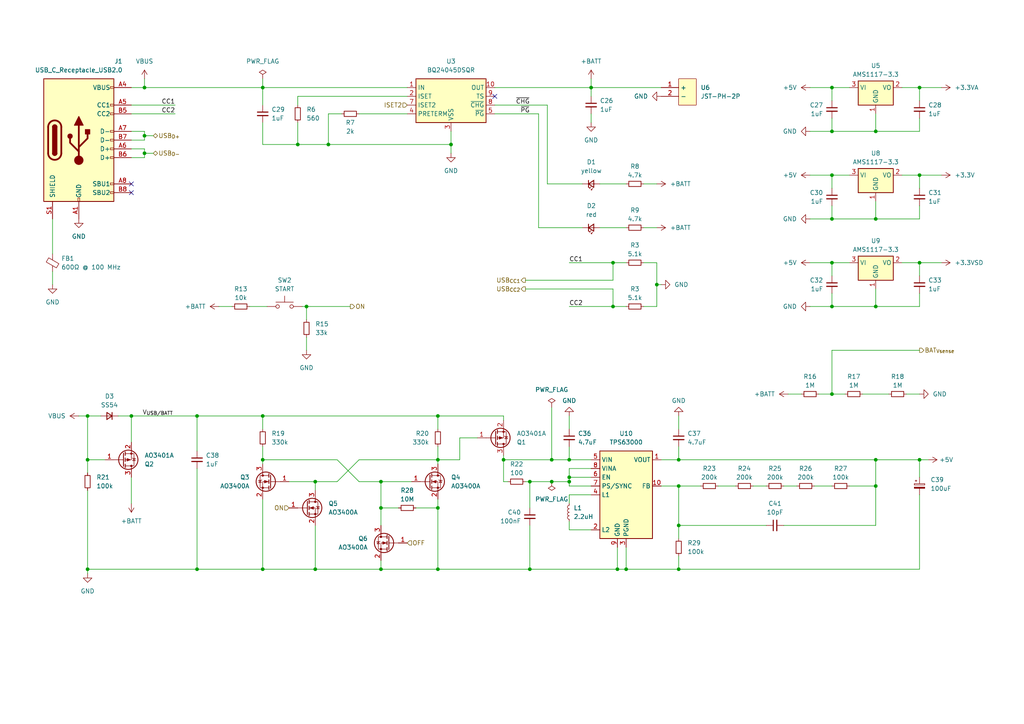
<source format=kicad_sch>
(kicad_sch (version 20230121) (generator eeschema)
  (paper "A4")
  (title_block (title "Křeček") (date "2023-12-20") (rev "v0.9-wip") (company "DDM Spirála"))
  (lib_symbols
    (symbol "Connector:USB_C_Receptacle_USB2.0" (pin_names (offset 1.016))
      (property "Reference" "J" (at -10.16 19.05 0))
      (property "Value" "USB_C_Receptacle_USB2.0" (at 19.05 19.05 0))
      (symbol "USB_C_Receptacle_USB2.0_1_1"
        (pin passive line (at 0 -22.86 90) (length 5.08) (name "GND") (number "A1"))
        (pin passive line (at 0 -22.86 90) (length 5.08) hide (name "GND") (number "A12"))
        (pin passive line (at 15.24 15.24 180) (length 5.08) (name "VBUS") (number "A4"))
        (pin bidirectional line (at 15.24 10.16 180) (length 5.08) (name "CC1") (number "A5"))
        (pin bidirectional line (at 15.24 -2.54 180) (length 5.08) (name "D+") (number "A6"))
        (pin bidirectional line (at 15.24 2.54 180) (length 5.08) (name "D-") (number "A7"))
        (pin bidirectional line (at 15.24 -12.7 180) (length 5.08) (name "SBU1") (number "A8"))
        (pin passive line (at 15.24 15.24 180) (length 5.08) hide (name "VBUS") (number "A9"))
        (pin passive line (at 0 -22.86 90) (length 5.08) hide (name "GND") (number "B1"))
        (pin passive line (at 0 -22.86 90) (length 5.08) hide (name "GND") (number "B12"))
        (pin passive line (at 15.24 15.24 180) (length 5.08) hide (name "VBUS") (number "B4"))
        (pin bidirectional line (at 15.24 7.62 180) (length 5.08) (name "CC2") (number "B5"))
        (pin bidirectional line (at 15.24 -5.08 180) (length 5.08) (name "D+") (number "B6"))
        (pin bidirectional line (at 15.24 0 180) (length 5.08) (name "D-") (number "B7"))
        (pin bidirectional line (at 15.24 -15.24 180) (length 5.08) (name "SBU2") (number "B8"))
        (pin passive line (at 15.24 15.24 180) (length 5.08) hide (name "VBUS") (number "B9"))
        (pin passive line (at -7.62 -22.86 90) (length 5.08) (name "SHIELD") (number "S1"))
      )
    )
    (symbol "Device:C_Polarized_Small" (pin_numbers hide) (pin_names (offset 0.254) hide)
      (property "Reference" "C" (at 0.254 1.778 0))
      (property "Value" "C_Polarized_Small" (at 0.254 -2.032 0))
      (symbol "C_Polarized_Small_1_1"
        (pin passive line (at 0 2.54 270) (length 1.8542) (name "~") (number "1"))
        (pin passive line (at 0 -2.54 90) (length 1.8542) (name "~") (number "2"))
      )
    )
    (symbol "Device:C_Small" (pin_numbers hide) (pin_names (offset 0.254) hide)
      (property "Reference" "C" (at 0.254 1.778 0))
      (property "Value" "C_Small" (at 0.254 -2.032 0))
      (symbol "C_Small_1_1"
        (pin passive line (at 0 2.54 270) (length 2.032) (name "~") (number "1"))
        (pin passive line (at 0 -2.54 90) (length 2.032) (name "~") (number "2"))
      )
    )
    (symbol "Device:D_Small" (pin_numbers hide) (pin_names (offset 0.254) hide)
      (property "Reference" "D" (at -1.27 2.032 0))
      (property "Value" "D_Small" (at -3.81 -2.032 0))
      (symbol "D_Small_1_1"
        (pin passive line (at -2.54 0 0) (length 1.778) (name "K") (number "1"))
        (pin passive line (at 2.54 0 180) (length 1.778) (name "A") (number "2"))
      )
    )
    (symbol "Device:FerriteBead_Small" (pin_numbers hide) (pin_names (offset 0))
      (property "Reference" "FB" (at 1.905 1.27 0))
      (property "Value" "FerriteBead_Small" (at 1.905 -1.27 0))
      (symbol "FerriteBead_Small_1_1"
        (pin passive line (at 0 2.54 270) (length 1.27) (name "~") (number "1"))
        (pin passive line (at 0 -2.54 90) (length 1.27) (name "~") (number "2"))
      )
    )
    (symbol "Device:LED_Small" (pin_numbers hide) (pin_names (offset 0.254) hide)
      (property "Reference" "D" (at -1.27 3.175 0))
      (property "Value" "LED_Small" (at -4.445 -2.54 0))
      (symbol "LED_Small_1_1"
        (pin passive line (at -2.54 0 0) (length 1.778) (name "K") (number "1"))
        (pin passive line (at 2.54 0 180) (length 1.778) (name "A") (number "2"))
      )
    )
    (symbol "Device:L_Small" (pin_numbers hide) (pin_names (offset 0.254) hide)
      (property "Reference" "L" (at 0.762 1.016 0))
      (property "Value" "L_Small" (at 0.762 -1.016 0))
      (symbol "L_Small_1_1"
        (pin passive line (at 0 2.54 270) (length 0.508) (name "~") (number "1"))
        (pin passive line (at 0 -2.54 90) (length 0.508) (name "~") (number "2"))
      )
    )
    (symbol "Device:R_Small" (pin_numbers hide) (pin_names (offset 0.254) hide)
      (property "Reference" "R" (at 0.762 0.508 0))
      (property "Value" "R_Small" (at 0.762 -1.016 0))
      (symbol "R_Small_1_1"
        (pin passive line (at 0 2.54 270) (length 0.762) (name "~") (number "1"))
        (pin passive line (at 0 -2.54 90) (length 0.762) (name "~") (number "2"))
      )
    )
    (symbol "Krecek:+3.3VSD" (power) (in_bom no) (on_board no)
      (property "Value" "+3.3VSD" (at 0 3.81 0))
      (symbol "+3.3VSD_1_1"
        (pin power_in line (at 0 0 90) (length 0) hide (name "+3.3VSD") (number "1"))
      )
    )
    (symbol "LCSC:BQ24045DSQR"
      (property "Reference" "U" (at 0 10.16 0))
      (property "Value" "BQ24045DSQR" (at -5.08 -7.62 0))
      (symbol "BQ24045DSQR_1_1"
        (pin power_in line (at -12.7 5.08 0) (length 2.54) (name "IN") (number "1"))
        (pin power_out line (at 12.7 5.08 180) (length 2.54) (name "OUT") (number "10"))
        (pin passive line (at 0 -7.62 90) (length 2.54) hide (name "VSS") (number "11"))
        (pin passive line (at -12.7 2.54 0) (length 2.54) (name "ISET") (number "2"))
        (pin power_in line (at 0 -7.62 90) (length 2.54) (name "VSS") (number "3"))
        (pin passive line (at -12.7 -2.54 0) (length 2.54) (name "PRETERM") (number "4"))
        (pin open_collector line (at 12.7 -2.54 180) (length 2.54) (name "~{PG}") (number "5"))
        (pin no_connect line (at 2.54 -7.62 90) (length 2.54) hide (name "NC") (number "6"))
        (pin passive line (at -12.7 0 0) (length 2.54) (name "ISET2") (number "7"))
        (pin open_collector line (at 12.7 0 180) (length 2.54) (name "~{CHG}") (number "8"))
        (pin passive line (at 12.7 2.54 180) (length 2.54) (name "TS") (number "9"))
      )
    )
    (symbol "LCSC:S2B-PH-KL(LF)(SN)"
      (property "Reference" "U" (at 0 10.16 0))
      (property "Value" "S2B-PH-KL(LF)(SN)" (at 0 -7.62 0))
      (symbol "S2B-PH-KL(LF)(SN)_1_1"
        (pin passive line (at -2.54 5.08 270) (length 5.08) (name "+") (number "1"))
        (pin power_out line (at 0 5.08 270) (length 5.08) (name "-") (number "2"))
      )
    )
    (symbol "Regulator_Linear:AMS1117-3.3"
      (property "Reference" "U" (at -3.81 3.175 0))
      (property "Value" "AMS1117-3.3" (at 0 3.175 0))
      (symbol "AMS1117-3.3_1_1"
        (pin power_in line (at 0 -7.62 90) (length 2.54) (name "GND") (number "1"))
        (pin power_out line (at 7.62 0 180) (length 2.54) (name "VO") (number "2"))
        (pin power_in line (at -7.62 0 0) (length 2.54) (name "VI") (number "3"))
      )
    )
    (symbol "Regulator_Switching:TPS63000"
      (property "Reference" "U" (at -7.62 13.97 0))
      (property "Value" "TPS63000" (at 5.08 13.97 0))
      (symbol "TPS63000_1_1"
        (pin power_out line (at 10.16 10.16 180) (length 2.54) (name "VOUT") (number "1"))
        (pin input line (at 10.16 2.54 180) (length 2.54) (name "FB") (number "10"))
        (pin passive line (at 0 -15.24 90) (length 2.54) hide (name "PGND") (number "11"))
        (pin input line (at -10.16 -10.16 0) (length 2.54) (name "L2") (number "2"))
        (pin power_in line (at 0 -15.24 90) (length 2.54) (name "PGND") (number "3"))
        (pin input line (at -10.16 0 0) (length 2.54) (name "L1") (number "4"))
        (pin power_in line (at -10.16 10.16 0) (length 2.54) (name "VIN") (number "5"))
        (pin input line (at -10.16 5.08 0) (length 2.54) (name "EN") (number "6"))
        (pin input line (at -10.16 2.54 0) (length 2.54) (name "PS/SYNC") (number "7"))
        (pin power_in line (at -10.16 7.62 0) (length 2.54) (name "VINA") (number "8"))
        (pin power_in line (at -2.54 -15.24 90) (length 2.54) (name "GND") (number "9"))
      )
    )
    (symbol "Switch:SW_Push" (pin_numbers hide) (pin_names (offset 1.016) hide)
      (property "Reference" "SW" (at 1.27 2.54 0))
      (property "Value" "SW_Push" (at 0 -1.524 0))
      (symbol "SW_Push_0_1"
        (pin passive line (at -5.08 0 0) (length 2.54) (name "1") (number "1"))
        (pin passive line (at 5.08 0 180) (length 2.54) (name "2") (number "2"))
      )
    )
    (symbol "Transistor_FET:AO3400A" (pin_names hide)
      (property "Reference" "Q" (at 5.08 1.905 0))
      (property "Value" "AO3400A" (at 5.08 0 0))
      (symbol "AO3400A_1_1"
        (pin input line (at -5.08 0 0) (length 2.54) (name "G") (number "1"))
        (pin passive line (at 2.54 -5.08 90) (length 2.54) (name "S") (number "2"))
        (pin passive line (at 2.54 5.08 270) (length 2.54) (name "D") (number "3"))
      )
    )
    (symbol "Transistor_FET:AO3401A" (pin_names hide)
      (property "Reference" "Q" (at 5.08 1.905 0))
      (property "Value" "AO3401A" (at 5.08 0 0))
      (symbol "AO3401A_1_1"
        (pin input line (at -5.08 0 0) (length 2.54) (name "G") (number "1"))
        (pin passive line (at 2.54 -5.08 90) (length 2.54) (name "S") (number "2"))
        (pin passive line (at 2.54 5.08 270) (length 2.54) (name "D") (number "3"))
      )
    )
    (symbol "power:+3.3V" (power) (pin_names (offset 0))
      (property "Value" "+3.3V" (at 0 3.556 0))
      (symbol "+3.3V_1_1"
        (pin power_in line (at 0 0 90) (length 0) hide (name "+3.3V") (number "1"))
      )
    )
    (symbol "power:+3.3VA" (power) (pin_names (offset 0))
      (property "Value" "+3.3VA" (at 0 3.556 0))
      (symbol "+3.3VA_1_1"
        (pin power_in line (at 0 0 90) (length 0) hide (name "+3.3VA") (number "1"))
      )
    )
    (symbol "power:+5V" (power) (pin_names (offset 0))
      (property "Value" "+5V" (at 0 3.556 0))
      (symbol "+5V_1_1"
        (pin power_in line (at 0 0 90) (length 0) hide (name "+5V") (number "1"))
      )
    )
    (symbol "power:+BATT" (power) (pin_names (offset 0))
      (property "Value" "+BATT" (at 0 3.556 0))
      (symbol "+BATT_1_1"
        (pin power_in line (at 0 0 90) (length 0) hide (name "+BATT") (number "1"))
      )
    )
    (symbol "power:GND" (power) (pin_names (offset 0))
      (property "Value" "GND" (at 0 -3.81 0))
      (symbol "GND_1_1"
        (pin power_in line (at 0 0 270) (length 0) hide (name "GND") (number "1"))
      )
    )
    (symbol "power:PWR_FLAG" (power) (pin_numbers hide) (pin_names (offset 0) hide)
      (property "Value" "PWR_FLAG" (at 0 3.81 0))
      (symbol "PWR_FLAG_0_0"
        (pin power_out line (at 0 0 90) (length 0) (name "pwr") (number "1"))
      )
    )
    (symbol "power:VBUS" (power) (pin_names (offset 0))
      (property "Value" "VBUS" (at 0 3.81 0))
      (symbol "VBUS_1_1"
        (pin power_in line (at 0 0 90) (length 0) hide (name "VBUS") (number "1"))
      )
    )
  )
  (junction (at 25.4 165.1))
  (junction (at 57.15 120.65))
  (junction (at 110.49 165.1))
  (junction (at 153.67 165.1))
  (junction (at 241.3 63.5))
  (junction (at 190.5 82.55))
  (junction (at 241.3 76.2))
  (junction (at 57.15 165.1))
  (junction (at 127 133.35))
  (junction (at 130.81 41.91))
  (junction (at 76.2 25.4))
  (junction (at 165.1 138.43))
  (junction (at 171.45 25.4))
  (junction (at 196.85 152.4))
  (junction (at 95.25 41.91))
  (junction (at 177.8 88.9))
  (junction (at 241.3 114.3))
  (junction (at 254 133.35))
  (junction (at 146.05 133.35))
  (junction (at 241.3 25.4))
  (junction (at 76.2 133.35))
  (junction (at 266.7 133.35))
  (junction (at 254 88.9))
  (junction (at 127 147.32))
  (junction (at 127 165.1))
  (junction (at 86.36 41.91))
  (junction (at 241.3 38.1))
  (junction (at 196.85 140.97))
  (junction (at 88.9 88.9))
  (junction (at 196.85 133.35))
  (junction (at 38.1 120.65))
  (junction (at 254 63.5))
  (junction (at 266.7 76.2))
  (junction (at 25.4 133.35))
  (junction (at 241.3 50.8))
  (junction (at 241.3 88.9))
  (junction (at 153.67 139.7))
  (junction (at 76.2 120.65))
  (junction (at 266.7 50.8))
  (junction (at 181.61 165.1))
  (junction (at 25.4 120.65))
  (junction (at 91.44 165.1))
  (junction (at 76.2 165.1))
  (junction (at 91.44 139.7))
  (junction (at 41.91 44.45))
  (junction (at 160.02 139.7))
  (junction (at 165.1 139.7))
  (junction (at 165.1 133.35))
  (junction (at 254 140.97))
  (junction (at 196.85 165.1))
  (junction (at 160.02 133.35))
  (junction (at 110.49 139.7))
  (junction (at 110.49 147.32))
  (junction (at 127 120.65))
  (junction (at 41.91 25.4))
  (junction (at 266.7 25.4))
  (junction (at 41.91 39.37))
  (junction (at 179.07 165.1))
  (junction (at 177.8 76.2))
  (junction (at 254 38.1))
  (no_connect (at 38.1 55.88))
  (no_connect (at 143.51 27.94))
  (no_connect (at 38.1 53.34))
  (wire (pts (xy 146.05 139.7) (xy 146.05 133.35)))
  (wire (pts (xy 165.1 138.43) (xy 165.1 135.89)))
  (wire (pts (xy 76.2 35.56) (xy 76.2 41.91)))
  (wire (pts (xy 88.9 88.9) (xy 101.6 88.9)))
  (wire (pts (xy 241.3 25.4) (xy 241.3 29.21)))
  (wire (pts (xy 76.2 165.1) (xy 91.44 165.1)))
  (wire (pts (xy 91.44 139.7) (xy 97.79 139.7)))
  (wire (pts (xy 165.1 153.67) (xy 165.1 151.13)))
  (wire (pts (xy 38.1 43.18) (xy 41.91 43.18)))
  (wire (pts (xy 34.29 120.65) (xy 38.1 120.65)))
  (wire (pts (xy 152.4 83.82) (xy 177.8 83.82)))
  (wire (pts (xy 196.85 165.1) (xy 266.7 165.1)))
  (wire (pts (xy 57.15 120.65) (xy 57.15 130.81)))
  (wire (pts (xy 127 147.32) (xy 127 165.1)))
  (wire (pts (xy 266.7 25.4) (xy 266.7 29.21)))
  (wire (pts (xy 153.67 165.1) (xy 179.07 165.1)))
  (wire (pts (xy 83.82 139.7) (xy 91.44 139.7)))
  (wire (pts (xy 110.49 165.1) (xy 127 165.1)))
  (wire (pts (xy 254 140.97) (xy 254 152.4)))
  (wire (pts (xy 171.45 25.4) (xy 171.45 27.94)))
  (wire (pts (xy 153.67 152.4) (xy 153.67 165.1)))
  (wire (pts (xy 41.91 44.45) (xy 41.91 45.72)))
  (wire (pts (xy 143.51 33.02) (xy 156.21 33.02)))
  (wire (pts (xy 241.3 101.6) (xy 266.7 101.6)))
  (wire (pts (xy 254 88.9) (xy 254 83.82)))
  (wire (pts (xy 254 133.35) (xy 266.7 133.35)))
  (wire (pts (xy 38.1 120.65) (xy 38.1 128.27)))
  (wire (pts (xy 153.67 139.7) (xy 153.67 147.32)))
  (wire (pts (xy 266.7 34.29) (xy 266.7 38.1)))
  (wire (pts (xy 44.45 44.45) (xy 41.91 44.45)))
  (wire (pts (xy 254 88.9) (xy 241.3 88.9)))
  (wire (pts (xy 190.5 76.2) (xy 190.5 82.55)))
  (wire (pts (xy 196.85 140.97) (xy 191.77 140.97)))
  (wire (pts (xy 146.05 133.35) (xy 160.02 133.35)))
  (wire (pts (xy 165.1 120.65) (xy 165.1 124.46)))
  (wire (pts (xy 76.2 144.78) (xy 76.2 165.1)))
  (wire (pts (xy 179.07 158.75) (xy 179.07 165.1)))
  (wire (pts (xy 241.3 85.09) (xy 241.3 88.9)))
  (wire (pts (xy 57.15 165.1) (xy 76.2 165.1)))
  (wire (pts (xy 228.6 114.3) (xy 232.41 114.3)))
  (wire (pts (xy 156.21 33.02) (xy 156.21 66.04)))
  (wire (pts (xy 104.14 133.35) (xy 127 133.35)))
  (wire (pts (xy 25.4 133.35) (xy 25.4 137.16)))
  (wire (pts (xy 266.7 133.35) (xy 266.7 138.43)))
  (wire (pts (xy 86.36 41.91) (xy 95.25 41.91)))
  (wire (pts (xy 236.22 140.97) (xy 241.3 140.97)))
  (wire (pts (xy 181.61 53.34) (xy 173.99 53.34)))
  (wire (pts (xy 88.9 88.9) (xy 88.9 92.71)))
  (wire (pts (xy 130.81 38.1) (xy 130.81 41.91)))
  (wire (pts (xy 104.14 133.35) (xy 97.79 139.7)))
  (wire (pts (xy 190.5 88.9) (xy 186.69 88.9)))
  (wire (pts (xy 165.1 139.7) (xy 165.1 138.43)))
  (wire (pts (xy 273.05 50.8) (xy 266.7 50.8)))
  (wire (pts (xy 30.48 133.35) (xy 25.4 133.35)))
  (wire (pts (xy 241.3 59.69) (xy 241.3 63.5)))
  (wire (pts (xy 254 38.1) (xy 266.7 38.1)))
  (wire (pts (xy 95.25 41.91) (xy 130.81 41.91)))
  (wire (pts (xy 266.7 76.2) (xy 261.62 76.2)))
  (wire (pts (xy 87.63 88.9) (xy 88.9 88.9)))
  (wire (pts (xy 196.85 152.4) (xy 222.25 152.4)))
  (wire (pts (xy 91.44 165.1) (xy 110.49 165.1)))
  (wire (pts (xy 22.86 120.65) (xy 25.4 120.65)))
  (wire (pts (xy 241.3 25.4) (xy 246.38 25.4)))
  (wire (pts (xy 76.2 25.4) (xy 118.11 25.4)))
  (wire (pts (xy 250.19 114.3) (xy 257.81 114.3)))
  (wire (pts (xy 127 133.35) (xy 133.35 133.35)))
  (wire (pts (xy 190.5 82.55) (xy 190.5 88.9)))
  (wire (pts (xy 241.3 34.29) (xy 241.3 38.1)))
  (wire (pts (xy 127 133.35) (xy 127 134.62)))
  (wire (pts (xy 41.91 38.1) (xy 41.91 39.37)))
  (wire (pts (xy 133.35 127) (xy 133.35 133.35)))
  (wire (pts (xy 254 38.1) (xy 241.3 38.1)))
  (wire (pts (xy 118.11 27.94) (xy 86.36 27.94)))
  (wire (pts (xy 234.95 88.9) (xy 241.3 88.9)))
  (wire (pts (xy 266.7 50.8) (xy 266.7 54.61)))
  (wire (pts (xy 127 120.65) (xy 127 124.46)))
  (wire (pts (xy 171.45 140.97) (xy 165.1 140.97)))
  (wire (pts (xy 76.2 25.4) (xy 76.2 30.48)))
  (wire (pts (xy 196.85 120.65) (xy 196.85 124.46)))
  (wire (pts (xy 273.05 25.4) (xy 266.7 25.4)))
  (wire (pts (xy 41.91 45.72) (xy 38.1 45.72)))
  (wire (pts (xy 165.1 138.43) (xy 171.45 138.43)))
  (wire (pts (xy 266.7 59.69) (xy 266.7 63.5)))
  (wire (pts (xy 266.7 76.2) (xy 266.7 80.01)))
  (wire (pts (xy 25.4 120.65) (xy 25.4 133.35)))
  (wire (pts (xy 110.49 139.7) (xy 110.49 147.32)))
  (wire (pts (xy 165.1 146.05) (xy 165.1 143.51)))
  (wire (pts (xy 254 63.5) (xy 266.7 63.5)))
  (wire (pts (xy 237.49 114.3) (xy 241.3 114.3)))
  (wire (pts (xy 196.85 161.29) (xy 196.85 165.1)))
  (wire (pts (xy 57.15 120.65) (xy 76.2 120.65)))
  (wire (pts (xy 130.81 44.45) (xy 130.81 41.91)))
  (wire (pts (xy 181.61 158.75) (xy 181.61 165.1)))
  (wire (pts (xy 104.14 139.7) (xy 110.49 139.7)))
  (wire (pts (xy 165.1 135.89) (xy 171.45 135.89)))
  (wire (pts (xy 38.1 33.02) (xy 50.8 33.02)))
  (wire (pts (xy 227.33 152.4) (xy 254 152.4)))
  (wire (pts (xy 15.24 78.74) (xy 15.24 82.55)))
  (wire (pts (xy 41.91 25.4) (xy 76.2 25.4)))
  (wire (pts (xy 158.75 53.34) (xy 168.91 53.34)))
  (wire (pts (xy 208.28 140.97) (xy 213.36 140.97)))
  (wire (pts (xy 72.39 88.9) (xy 77.47 88.9)))
  (wire (pts (xy 234.95 63.5) (xy 241.3 63.5)))
  (wire (pts (xy 234.95 25.4) (xy 241.3 25.4)))
  (wire (pts (xy 127 120.65) (xy 146.05 120.65)))
  (wire (pts (xy 153.67 139.7) (xy 160.02 139.7)))
  (wire (pts (xy 63.5 88.9) (xy 67.31 88.9)))
  (wire (pts (xy 171.45 25.4) (xy 191.77 25.4)))
  (wire (pts (xy 95.25 33.02) (xy 95.25 41.91)))
  (wire (pts (xy 196.85 129.54) (xy 196.85 133.35)))
  (wire (pts (xy 127 144.78) (xy 127 147.32)))
  (wire (pts (xy 152.4 81.28) (xy 177.8 81.28)))
  (wire (pts (xy 246.38 140.97) (xy 254 140.97)))
  (wire (pts (xy 158.75 30.48) (xy 158.75 53.34)))
  (wire (pts (xy 25.4 142.24) (xy 25.4 165.1)))
  (wire (pts (xy 171.45 33.02) (xy 171.45 35.56)))
  (wire (pts (xy 110.49 147.32) (xy 110.49 152.4)))
  (wire (pts (xy 241.3 76.2) (xy 246.38 76.2)))
  (wire (pts (xy 76.2 120.65) (xy 76.2 124.46)))
  (wire (pts (xy 234.95 76.2) (xy 241.3 76.2)))
  (wire (pts (xy 227.33 140.97) (xy 231.14 140.97)))
  (wire (pts (xy 25.4 165.1) (xy 25.4 166.37)))
  (wire (pts (xy 179.07 165.1) (xy 181.61 165.1)))
  (wire (pts (xy 262.89 114.3) (xy 266.7 114.3)))
  (wire (pts (xy 241.3 114.3) (xy 245.11 114.3)))
  (wire (pts (xy 76.2 22.86) (xy 76.2 25.4)))
  (wire (pts (xy 177.8 88.9) (xy 181.61 88.9)))
  (wire (pts (xy 241.3 114.3) (xy 241.3 101.6)))
  (wire (pts (xy 38.1 30.48) (xy 50.8 30.48)))
  (wire (pts (xy 41.91 22.86) (xy 41.91 25.4)))
  (wire (pts (xy 86.36 27.94) (xy 86.36 30.48)))
  (wire (pts (xy 57.15 135.89) (xy 57.15 165.1)))
  (wire (pts (xy 266.7 85.09) (xy 266.7 88.9)))
  (wire (pts (xy 218.44 140.97) (xy 222.25 140.97)))
  (wire (pts (xy 196.85 165.1) (xy 181.61 165.1)))
  (wire (pts (xy 266.7 25.4) (xy 261.62 25.4)))
  (wire (pts (xy 38.1 25.4) (xy 41.91 25.4)))
  (wire (pts (xy 15.24 63.5) (xy 15.24 73.66)))
  (wire (pts (xy 266.7 50.8) (xy 261.62 50.8)))
  (wire (pts (xy 91.44 139.7) (xy 91.44 142.24)))
  (wire (pts (xy 41.91 39.37) (xy 41.91 40.64)))
  (wire (pts (xy 127 165.1) (xy 153.67 165.1)))
  (wire (pts (xy 234.95 38.1) (xy 241.3 38.1)))
  (wire (pts (xy 156.21 66.04) (xy 168.91 66.04)))
  (wire (pts (xy 186.69 76.2) (xy 190.5 76.2)))
  (wire (pts (xy 254 140.97) (xy 254 133.35)))
  (wire (pts (xy 196.85 140.97) (xy 203.2 140.97)))
  (wire (pts (xy 76.2 120.65) (xy 127 120.65)))
  (wire (pts (xy 146.05 132.08) (xy 146.05 133.35)))
  (wire (pts (xy 177.8 76.2) (xy 177.8 81.28)))
  (wire (pts (xy 165.1 143.51) (xy 171.45 143.51)))
  (wire (pts (xy 76.2 129.54) (xy 76.2 133.35)))
  (wire (pts (xy 41.91 40.64) (xy 38.1 40.64)))
  (wire (pts (xy 254 88.9) (xy 266.7 88.9)))
  (wire (pts (xy 143.51 30.48) (xy 158.75 30.48)))
  (wire (pts (xy 160.02 118.11) (xy 160.02 133.35)))
  (wire (pts (xy 266.7 143.51) (xy 266.7 165.1)))
  (wire (pts (xy 120.65 147.32) (xy 127 147.32)))
  (wire (pts (xy 38.1 120.65) (xy 57.15 120.65)))
  (wire (pts (xy 269.24 133.35) (xy 266.7 133.35)))
  (wire (pts (xy 234.95 50.8) (xy 241.3 50.8)))
  (wire (pts (xy 273.05 76.2) (xy 266.7 76.2)))
  (wire (pts (xy 177.8 76.2) (xy 181.61 76.2)))
  (wire (pts (xy 41.91 38.1) (xy 38.1 38.1)))
  (wire (pts (xy 196.85 133.35) (xy 254 133.35)))
  (wire (pts (xy 25.4 165.1) (xy 57.15 165.1)))
  (wire (pts (xy 165.1 140.97) (xy 165.1 139.7)))
  (wire (pts (xy 191.77 133.35) (xy 196.85 133.35)))
  (wire (pts (xy 143.51 25.4) (xy 171.45 25.4)))
  (wire (pts (xy 160.02 133.35) (xy 165.1 133.35)))
  (wire (pts (xy 241.3 50.8) (xy 246.38 50.8)))
  (wire (pts (xy 97.79 133.35) (xy 104.14 139.7)))
  (wire (pts (xy 171.45 22.86) (xy 171.45 25.4)))
  (wire (pts (xy 241.3 76.2) (xy 241.3 80.01)))
  (wire (pts (xy 177.8 83.82) (xy 177.8 88.9)))
  (wire (pts (xy 91.44 165.1) (xy 91.44 152.4)))
  (wire (pts (xy 110.49 139.7) (xy 119.38 139.7)))
  (wire (pts (xy 41.91 43.18) (xy 41.91 44.45)))
  (wire (pts (xy 146.05 120.65) (xy 146.05 121.92)))
  (wire (pts (xy 138.43 127) (xy 133.35 127)))
  (wire (pts (xy 165.1 88.9) (xy 177.8 88.9)))
  (wire (pts (xy 110.49 162.56) (xy 110.49 165.1)))
  (wire (pts (xy 165.1 133.35) (xy 171.45 133.35)))
  (wire (pts (xy 196.85 156.21) (xy 196.85 152.4)))
  (wire (pts (xy 171.45 153.67) (xy 165.1 153.67)))
  (wire (pts (xy 95.25 33.02) (xy 99.06 33.02)))
  (wire (pts (xy 190.5 53.34) (xy 186.69 53.34)))
  (wire (pts (xy 147.32 139.7) (xy 146.05 139.7)))
  (wire (pts (xy 76.2 133.35) (xy 97.79 133.35)))
  (wire (pts (xy 76.2 41.91) (xy 86.36 41.91)))
  (wire (pts (xy 86.36 35.56) (xy 86.36 41.91)))
  (wire (pts (xy 254 63.5) (xy 241.3 63.5)))
  (wire (pts (xy 110.49 147.32) (xy 115.57 147.32)))
  (wire (pts (xy 160.02 139.7) (xy 165.1 139.7)))
  (wire (pts (xy 190.5 82.55) (xy 191.77 82.55)))
  (wire (pts (xy 241.3 50.8) (xy 241.3 54.61)))
  (wire (pts (xy 153.67 139.7) (xy 152.4 139.7)))
  (wire (pts (xy 38.1 146.05) (xy 38.1 138.43)))
  (wire (pts (xy 165.1 76.2) (xy 177.8 76.2)))
  (wire (pts (xy 127 129.54) (xy 127 133.35)))
  (wire (pts (xy 254 38.1) (xy 254 33.02)))
  (wire (pts (xy 181.61 66.04) (xy 173.99 66.04)))
  (wire (pts (xy 165.1 129.54) (xy 165.1 133.35)))
  (wire (pts (xy 190.5 66.04) (xy 186.69 66.04)))
  (wire (pts (xy 44.45 39.37) (xy 41.91 39.37)))
  (wire (pts (xy 196.85 140.97) (xy 196.85 152.4)))
  (wire (pts (xy 254 63.5) (xy 254 58.42)))
  (wire (pts (xy 88.9 97.79) (xy 88.9 101.6)))
  (wire (pts (xy 104.14 33.02) (xy 118.11 33.02)))
  (wire (pts (xy 25.4 120.65) (xy 29.21 120.65)))
  (wire (pts (xy 76.2 133.35) (xy 76.2 134.62)))
  (label "~{PG}" (at 153.67 33.02 180))
  (label "~{CHG}" (at 153.67 30.48 180))
  (label "CC1" (at 165.1 76.2 0))
  (label "CC2" (at 165.1 88.9 0))
  (label "CC2" (at 50.8 33.02 180))
  (label "V_{USB{slash}BATT}" (at 50.165 120.65 180))
  (label "CC1" (at 50.8 30.48 180))
  (hierarchical_label "OFF" (shape input) (at 118.11 157.48 0))
  (hierarchical_label "ISET2" (shape input) (at 118.11 30.48 180))
  (hierarchical_label "USB_{CC1}" (shape output) (at 152.4 81.28 180))
  (hierarchical_label "USB_{CC2}" (shape output) (at 152.4 83.82 180))
  (hierarchical_label "USB_{D-}" (shape bidirectional) (at 44.45 44.45 0))
  (hierarchical_label "USB_{D+}" (shape bidirectional) (at 44.45 39.37 0))
  (hierarchical_label "BAT_{Vsense}" (shape output) (at 266.7 101.6 0))
  (hierarchical_label "ON" (shape input) (at 83.82 147.32 180))
  (hierarchical_label "ON" (shape output) (at 101.6 88.9 0))
  (symbol (lib_id "power:GND") (at 88.9 101.6 0) (unit 1)
    (property "Reference" "#PWR055" (effects hide))
    (property "Value" "GND" (at 88.9 106.68 0))
  )
  (symbol (lib_id "Device:R_Small") (at 196.85 158.75 0) (mirror y) (unit 1)
    (property "Reference" "R29" (at 199.39 157.48 0) (effects (justify right)))
    (property "Value" "100k" (at 199.39 160.02 0) (effects (justify right)))
    (property "Footprint" "Resistor_SMD:R_0402_1005Metric" (effects hide))
    (property "LCSC Part" "C25741" (effects hide))
  )
  (symbol (lib_id "power:GND") (at 266.7 114.3 90) (unit 1)
    (property "Reference" "#PWR058" (effects hide))
    (property "Value" "GND" (at 270.51 114.3 90) (effects (justify right)))
  )
  (symbol (lib_id "Device:C_Small") (at 196.85 127 0) (unit 1)
    (property "Reference" "C37" (at 199.39 125.7363 0) (effects (justify left)))
    (property "Value" "4.7uF" (at 199.39 128.2763 0) (effects (justify left)))
    (property "Footprint" "Capacitor_SMD:C_0603_1608Metric" (effects hide))
    (property "LCSC Part" "C19666" (effects hide))
  )
  (symbol (lib_id "power:VBUS") (at 41.91 22.86 0) (unit 1)
    (property "Reference" "#PWR029" (effects hide))
    (property "Value" "VBUS" (at 41.91 17.78 0))
  )
  (symbol (lib_id "Switch:SW_Push") (at 82.55 88.9 0) (unit 1)
    (property "Reference" "SW2" (at 82.55 81.28 0))
    (property "Value" "START" (at 82.55 83.82 0))
    (property "Footprint" "Krecek:RubberButton" (effects hide))
  )
  (symbol (lib_id "Device:R_Small") (at 233.68 140.97 90) (mirror x) (unit 1)
    (property "Reference" "R26" (at 233.68 135.89 90))
    (property "Value" "200k" (at 233.68 138.43 90))
    (property "Footprint" "Resistor_SMD:R_0402_1005Metric" (effects hide))
    (property "LCSC Part" " C25764 " (effects hide))
  )
  (symbol (lib_id "power:GND") (at 15.24 82.55 0) (unit 1)
    (property "Reference" "#PWR051" (effects hide))
    (property "Value" "GND" (at 15.24 87.63 0))
  )
  (symbol (lib_id "Device:R_Small") (at 243.84 140.97 90) (mirror x) (unit 1)
    (property "Reference" "R27" (at 243.84 135.89 90))
    (property "Value" "100k" (at 243.84 138.43 90))
    (property "Footprint" "Resistor_SMD:R_0402_1005Metric" (effects hide))
    (property "LCSC Part" "C25741 " (effects hide))
  )
  (symbol (lib_id "Device:R_Small") (at 234.95 114.3 270) (mirror x) (unit 1)
    (property "Reference" "R16" (at 234.95 109.22 90))
    (property "Value" "1M" (at 234.95 111.76 90))
    (property "Footprint" "Resistor_SMD:R_0402_1005Metric" (effects hide))
    (property "LCSC Part" "C26083" (effects hide))
  )
  (symbol (lib_id "power:+BATT") (at 63.5 88.9 90) (unit 1)
    (property "Reference" "#PWR053" (effects hide))
    (property "Value" "+BATT" (at 59.69 88.9 90) (effects (justify left)))
  )
  (symbol (lib_id "Device:L_Small") (at 165.1 148.59 180) (unit 1)
    (property "Reference" "L1" (at 166.37 147.32 0) (effects (justify right)))
    (property "Value" "2.2uH" (at 166.37 149.86 0) (effects (justify right)))
    (property "Footprint" "Inductor_SMD:L_1008_2520Metric" (effects hide))
    (property "LCSC Part" "C351245" (effects hide))
  )
  (symbol (lib_id "Device:C_Small") (at 57.15 133.35 0) (unit 1)
    (property "Reference" "C38" (at 59.69 132.0863 0) (effects (justify left)))
    (property "Value" "1uF" (at 59.69 134.6263 0) (effects (justify left)))
    (property "Footprint" "Capacitor_SMD:C_0805_2012Metric" (effects hide))
    (property "LCSC Part" "C28323" (effects hide))
  )
  (symbol (lib_id "LCSC:BQ24045DSQR") (at 130.81 30.48 0) (unit 1)
    (property "Reference" "U3" (at 130.81 17.78 0))
    (property "Value" "BQ24045DSQR" (at 130.81 20.32 0))
    (property "Footprint" "LCSC:WSON-10_L2.0-W2.0-P0.40-BL-EP" (effects hide))
    (property "Datasheet" "https://lcsc.com/product-detail/PMIC-Battery-Management_TI_BQ24045DSQR_BQ24045DSQR_C148983.html" (effects hide))
    (property "LCSC Part" "C148983" (effects hide))
    (instances (project "krecek-0.9" (path "" (reference "U3") (unit 1)) (path "" (reference "U7") (unit 1))))
  )
  (symbol (lib_id "Device:C_Small") (at 241.3 31.75 0) (mirror y) (unit 1)
    (property "Reference" "C27" (at 238.76 30.4863 0) (effects (justify left)))
    (property "Value" "1uF" (at 238.76 33.0263 0) (effects (justify left)))
    (property "Footprint" "Capacitor_SMD:C_0805_2012Metric" (effects hide))
    (property "LCSC Part" "C28323" (effects hide))
  )
  (symbol (lib_id "power:+5V") (at 234.95 25.4 90) (unit 1)
    (property "Reference" "#PWR032" (effects hide))
    (property "Value" "+5V" (at 231.14 25.4 90) (effects (justify left)))
  )
  (symbol (lib_id "Device:C_Small") (at 76.2 33.02 0) (unit 1)
    (property "Reference" "C29" (at 78.74 31.7563 0) (effects (justify left)))
    (property "Value" "1uF" (at 78.74 34.2963 0) (effects (justify left)))
    (property "Footprint" "Capacitor_SMD:C_0805_2012Metric" (effects hide))
    (property "LCSC Part" "C28323" (effects hide))
  )
  (symbol (lib_id "Transistor_FET:AO3401A") (at 35.56 133.35 0) (mirror x) (unit 1)
    (property "Reference" "Q2" (at 41.91 134.62 0) (effects (justify left)))
    (property "Value" "AO3401A" (at 41.91 132.08 0) (effects (justify left)))
    (property "Footprint" "Package_TO_SOT_SMD:SOT-23" (effects hide))
    (property "Datasheet" "http://www.aosmd.com/pdfs/datasheet/AO3401A.pdf" (effects hide))
  )
  (symbol (lib_id "Regulator_Linear:AMS1117-3.3") (at 254 50.8 0) (unit 1)
    (property "Reference" "U8" (at 254 44.45 0))
    (property "Value" "AMS1117-3.3" (at 254 46.99 0))
    (property "Footprint" "Package_TO_SOT_SMD:SOT-223-3_TabPin2" (effects hide))
    (property "Datasheet" "http://www.advanced-monolithic.com/pdf/ds1117.pdf" (effects hide))
  )
  (symbol (lib_id "Device:R_Small") (at 149.86 139.7 90) (mirror x) (unit 1)
    (property "Reference" "R22" (at 149.86 134.62 90))
    (property "Value" "100" (at 149.86 137.16 90))
    (property "Footprint" "Resistor_SMD:R_0402_1005Metric" (effects hide))
    (property "LCSC Part" "C25076" (effects hide))
  )
  (symbol (lib_id "power:GND") (at 22.86 63.5 0) (unit 1)
    (property "Reference" "#PWR046" (effects hide))
    (property "Value" "GND" (at 22.86 68.58 0))
  )
  (symbol (lib_id "Transistor_FET:AO3401A") (at 143.51 127 0) (mirror x) (unit 1)
    (property "Reference" "Q1" (at 149.86 128.27 0) (effects (justify left)))
    (property "Value" "AO3401A" (at 149.86 125.73 0) (effects (justify left)))
    (property "Footprint" "Package_TO_SOT_SMD:SOT-23" (effects hide))
    (property "Datasheet" "http://www.aosmd.com/pdfs/datasheet/AO3401A.pdf" (effects hide))
  )
  (symbol (lib_id "power:GND") (at 191.77 82.55 90) (unit 1)
    (property "Reference" "#PWR041" (effects hide))
    (property "Value" "GND" (at 195.58 82.55 90) (effects (justify right)))
    (instances (project "pipi" (path "" (reference "#PWR041") (unit 1))) (project "krecek-0.9" (path "" (reference "#PWR052") (unit 1))))
  )
  (symbol (lib_id "Device:D_Small") (at 31.75 120.65 0) (mirror y) (unit 1)
    (property "Reference" "D3" (at 31.75 114.935 0))
    (property "Value" "SS54" (at 31.75 117.475 0))
    (property "Footprint" "Diode_SMD:D_SMA" (effects hide))
    (property "Sim.Device" "D" (effects hide))
    (property "Sim.Pins" "1=K 2=A" (effects hide))
    (property "LCSC Part" "C22452" (effects hide))
  )
  (symbol (lib_id "power:PWR_FLAG") (at 160.02 139.7 180) (unit 1)
    (property "Reference" "#FLG02" (effects hide))
    (property "Value" "PWR_FLAG" (at 160.02 144.78 0))
  )
  (symbol (lib_id "power:+3.3V") (at 273.05 50.8 270) (unit 1)
    (property "Reference" "#PWR040" (effects hide))
    (property "Value" "+3.3V" (at 276.86 50.8 90) (effects (justify left)))
  )
  (symbol (lib_id "power:GND") (at 234.95 38.1 270) (unit 1)
    (property "Reference" "#PWR036" (effects hide))
    (property "Value" "GND" (at 231.14 38.1 90) (effects (justify right)))
  )
  (symbol (lib_id "power:+BATT") (at 38.1 146.05 180) (unit 1)
    (property "Reference" "#PWR063" (effects hide))
    (property "Value" "+BATT" (at 38.1 151.13 0))
  )
  (symbol (lib_id "Device:LED_Small") (at 171.45 53.34 0) (mirror x) (unit 1)
    (property "Reference" "D1" (at 171.5135 46.99 0))
    (property "Value" "yellow" (at 171.5135 49.53 0))
    (property "Footprint" "LED_SMD:LED_0603_1608Metric" (effects hide))
    (property "LCSC" "C72043 " (effects hide))
  )
  (symbol (lib_id "Device:R_Small") (at 184.15 53.34 270) (mirror x) (unit 1)
    (property "Reference" "R8" (at 184.15 48.26 90))
    (property "Value" "4.7k" (at 184.15 50.8 90))
    (property "Footprint" "Resistor_SMD:R_0402_1005Metric" (effects hide))
    (property "LCSC Part" "C25900" (effects hide))
  )
  (symbol (lib_id "Device:R_Small") (at 88.9 95.25 180) (unit 1)
    (property "Reference" "R15" (at 91.44 93.98 0) (effects (justify right)))
    (property "Value" "33k" (at 91.44 96.52 0) (effects (justify right)))
    (property "Footprint" "Resistor_SMD:R_0603_1608Metric" (effects hide))
    (property "LCSC Part" "C25779" (effects hide))
  )
  (symbol (lib_id "Device:R_Small") (at 101.6 33.02 90) (unit 1)
    (property "Reference" "R7" (at 101.6 35.56 90))
    (property "Value" "2k" (at 101.6 38.1 90))
    (property "Footprint" "Resistor_SMD:R_0402_1005Metric" (effects hide))
    (property "LCSC Part" "C4109" (effects hide))
  )
  (symbol (lib_id "power:+BATT") (at 228.6 114.3 90) (unit 1)
    (property "Reference" "#PWR057" (effects hide))
    (property "Value" "+BATT" (at 224.79 114.3 90) (effects (justify left)))
  )
  (symbol (lib_id "Device:R_Small") (at 224.79 140.97 90) (mirror x) (unit 1)
    (property "Reference" "R25" (at 224.79 135.89 90))
    (property "Value" "200k" (at 224.79 138.43 90))
    (property "Footprint" "Resistor_SMD:R_0402_1005Metric" (effects hide))
    (property "LCSC Part" " C25764 " (effects hide))
  )
  (symbol (lib_id "power:+5V") (at 234.95 50.8 90) (unit 1)
    (property "Reference" "#PWR039" (effects hide))
    (property "Value" "+5V" (at 231.14 50.8 90) (effects (justify left)))
  )
  (symbol (lib_id "Regulator_Switching:TPS63000") (at 181.61 143.51 0) (unit 1)
    (property "Reference" "U10" (at 181.61 125.73 0))
    (property "Value" "TPS63000" (at 181.61 128.27 0))
    (property "Footprint" "Package_SON:Texas_DRC0010J_ThermalVias" (effects hide))
    (property "Datasheet" "http://www.ti.com/lit/ds/symlink/tps63000.pdf" (effects hide))
  )
  (symbol (lib_id "power:GND") (at 130.81 44.45 0) (unit 1)
    (property "Reference" "#PWR037" (effects hide))
    (property "Value" "GND" (at 130.81 49.53 0))
  )
  (symbol (lib_id "Device:C_Small") (at 153.67 149.86 0) (mirror y) (unit 1)
    (property "Reference" "C40" (at 151.13 148.5963 0) (effects (justify left)))
    (property "Value" "100nF" (at 151.13 151.1363 0) (effects (justify left)))
    (property "Footprint" "Capacitor_SMD:C_0402_1005Metric" (effects hide))
    (property "LCSC Part" "C307331" (effects hide))
  )
  (symbol (lib_id "power:GND") (at 171.45 35.56 0) (unit 1)
    (property "Reference" "#PWR035" (effects hide))
    (property "Value" "GND" (at 171.45 40.64 0))
  )
  (symbol (lib_id "power:+BATT") (at 190.5 66.04 270) (mirror x) (unit 1)
    (property "Reference" "#PWR049" (effects hide))
    (property "Value" "+BATT" (at 194.31 66.04 90) (effects (justify left)))
  )
  (symbol (lib_id "power:GND") (at 234.95 88.9 270) (unit 1)
    (property "Reference" "#PWR054" (effects hide))
    (property "Value" "GND" (at 231.14 88.9 90) (effects (justify right)))
  )
  (symbol (lib_id "Device:R_Small") (at 127 127 0) (mirror x) (unit 1)
    (property "Reference" "R20" (at 124.46 125.73 0) (effects (justify right)))
    (property "Value" "330k" (at 124.46 128.27 0) (effects (justify right)))
    (property "Footprint" "Resistor_SMD:R_0603_1608Metric" (effects hide))
    (property "LCSC Part" "C23137" (effects hide))
  )
  (symbol (lib_id "Device:R_Small") (at 25.4 139.7 180) (unit 1)
    (property "Reference" "R21" (at 27.94 138.43 0) (effects (justify right)))
    (property "Value" "100k" (at 27.94 140.97 0) (effects (justify right)))
    (property "Footprint" "Resistor_SMD:R_0402_1005Metric" (effects hide))
    (property "LCSC Part" "C25741" (effects hide))
  )
  (symbol (lib_id "power:+3.3VA") (at 273.05 25.4 270) (unit 1)
    (property "Reference" "#PWR033" (effects hide))
    (property "Value" "+3.3VA" (at 276.86 25.4 90) (effects (justify left)))
  )
  (symbol (lib_id "power:+BATT") (at 190.5 53.34 270) (mirror x) (unit 1)
    (property "Reference" "#PWR042" (effects hide))
    (property "Value" "+BATT" (at 194.31 53.34 90) (effects (justify left)))
  )
  (symbol (lib_id "Transistor_FET:AO3400A") (at 124.46 139.7 0) (unit 1)
    (property "Reference" "Q4" (at 130.81 138.43 0) (effects (justify left)))
    (property "Value" "AO3400A" (at 130.81 140.97 0) (effects (justify left)))
    (property "Footprint" "Package_TO_SOT_SMD:SOT-23" (effects hide))
    (property "Datasheet" "http://www.aosmd.com/pdfs/datasheet/AO3400A.pdf" (effects hide))
    (property "LCSC Part" "C20917" (effects hide))
  )
  (symbol (lib_id "Device:R_Small") (at 86.36 33.02 0) (unit 1)
    (property "Reference" "R6" (at 88.9 31.75 0) (effects (justify left)))
    (property "Value" "560" (at 88.9 34.29 0) (effects (justify left)))
    (property "Footprint" "Resistor_SMD:R_0603_1608Metric" (effects hide))
    (property "LCSC Part" "C23204" (effects hide))
  )
  (symbol (lib_id "power:GND") (at 196.85 120.65 180) (unit 1)
    (property "Reference" "#PWR061" (effects hide))
    (property "Value" "GND" (at 196.85 116.205 0))
  )
  (symbol (lib_id "Device:R_Small") (at 215.9 140.97 90) (mirror x) (unit 1)
    (property "Reference" "R24" (at 215.9 135.89 90))
    (property "Value" "200k" (at 215.9 138.43 90))
    (property "Footprint" "Resistor_SMD:R_0402_1005Metric" (effects hide))
    (property "LCSC Part" " C25764 " (effects hide))
  )
  (symbol (lib_id "Device:C_Small") (at 241.3 82.55 0) (mirror y) (unit 1)
    (property "Reference" "C32" (at 238.76 81.2863 0) (effects (justify left)))
    (property "Value" "1uF" (at 238.76 83.8263 0) (effects (justify left)))
    (property "Footprint" "Capacitor_SMD:C_0805_2012Metric" (effects hide))
    (property "LCSC Part" "C28323" (effects hide))
  )
  (symbol (lib_id "Device:C_Small") (at 266.7 31.75 0) (unit 1)
    (property "Reference" "C28" (at 269.24 30.4863 0) (effects (justify left)))
    (property "Value" "1uF" (at 269.24 33.0263 0) (effects (justify left)))
    (property "Footprint" "Capacitor_SMD:C_0805_2012Metric" (effects hide))
    (property "LCSC Part" "C28323" (effects hide))
  )
  (symbol (lib_id "Device:R_Small") (at 184.15 88.9 90) (unit 1)
    (property "Reference" "R3" (at 184.15 83.82 90))
    (property "Value" "5.1k" (at 184.15 86.36 90))
    (property "Footprint" "Resistor_SMD:R_0402_1005Metric" (effects hide))
    (property "LCSC" "C25905" (effects hide))
    (instances (project "barbecue" (path "" (reference "R3") (unit 1))) (project "bento-vna" (path "" (reference "R6") (unit 1))) (project "pipi" (path "" (reference "R7") (unit 1)) (path "" (reference "R7") (unit 1)) (path "" (reference "R8") (unit 1))) (project "pipi" (path "" (reference "R6") (unit 1)) (path "" (reference "R21") (unit 1)) (path "" (reference "R24") (unit 1))) (project "krecek-0.9" (path "" (reference "R14") (unit 1))))
  )
  (symbol (lib_id "Device:R_Small") (at 184.15 66.04 270) (mirror x) (unit 1)
    (property "Reference" "R9" (at 184.15 60.96 90))
    (property "Value" "4.7k" (at 184.15 63.5 90))
    (property "Footprint" "Resistor_SMD:R_0402_1005Metric" (effects hide))
    (property "LCSC Part" "C25900" (effects hide))
  )
  (symbol (lib_id "Device:C_Small") (at 224.79 152.4 90) (unit 1)
    (property "Reference" "C41" (at 224.7963 146.05 90))
    (property "Value" "10pF" (at 224.7963 148.59 90))
    (property "Footprint" "Capacitor_SMD:C_0402_1005Metric" (effects hide))
    (property "LCSC Part" "C32949" (effects hide))
  )
  (symbol (lib_id "power:+5V") (at 234.95 76.2 90) (unit 1)
    (property "Reference" "#PWR050" (effects hide))
    (property "Value" "+5V" (at 231.14 76.2 90) (effects (justify left)))
  )
  (symbol (lib_id "Device:C_Small") (at 165.1 127 0) (unit 1)
    (property "Reference" "C36" (at 167.64 125.7363 0) (effects (justify left)))
    (property "Value" "4.7uF" (at 167.64 128.2763 0) (effects (justify left)))
    (property "Footprint" "Capacitor_SMD:C_0603_1608Metric" (effects hide))
    (property "LCSC Part" "C19666" (effects hide))
  )
  (symbol (lib_id "Regulator_Linear:AMS1117-3.3") (at 254 76.2 0) (unit 1)
    (property "Reference" "U9" (at 254 69.85 0))
    (property "Value" "AMS1117-3.3" (at 254 72.39 0))
    (property "Footprint" "Package_TO_SOT_SMD:SOT-223-3_TabPin2" (effects hide))
    (property "Datasheet" "http://www.advanced-monolithic.com/pdf/ds1117.pdf" (effects hide))
  )
  (symbol (lib_id "Device:C_Small") (at 241.3 57.15 0) (mirror y) (unit 1)
    (property "Reference" "C30" (at 238.76 55.8863 0) (effects (justify left)))
    (property "Value" "1uF" (at 238.76 58.4263 0) (effects (justify left)))
    (property "Footprint" "Capacitor_SMD:C_0805_2012Metric" (effects hide))
    (property "LCSC Part" "C28323" (effects hide))
  )
  (symbol (lib_id "Device:FerriteBead_Small") (at 15.24 76.2 180) (unit 1)
    (property "Reference" "FB1" (at 17.78 74.9681 0) (effects (justify right)))
    (property "Value" "600Ω @ 100 MHz" (at 17.78 77.5081 0) (effects (justify right)))
    (property "Footprint" "Inductor_SMD:L_0805_2012Metric" (effects hide))
    (property "LCSC Part" "C1017" (effects hide))
  )
  (symbol (lib_id "Device:C_Small") (at 266.7 82.55 0) (unit 1)
    (property "Reference" "C33" (at 269.24 81.2863 0) (effects (justify left)))
    (property "Value" "1uF" (at 269.24 83.8263 0) (effects (justify left)))
    (property "Footprint" "Capacitor_SMD:C_0805_2012Metric" (effects hide))
    (property "LCSC Part" "C28323" (effects hide))
  )
  (symbol (lib_id "power:+BATT") (at 171.45 22.86 0) (unit 1)
    (property "Reference" "#PWR030" (effects hide))
    (property "Value" "+BATT" (at 171.45 17.78 0))
  )
  (symbol (lib_id "power:GND") (at 234.95 63.5 270) (unit 1)
    (property "Reference" "#PWR048" (effects hide))
    (property "Value" "GND" (at 231.14 63.5 90) (effects (justify right)))
  )
  (symbol (lib_id "Krecek:+3.3VSD") (at 273.05 76.2 270) (unit 1) (in_bom no) (on_board no)
    (property "Reference" "#+3.3VSD02" (effects hide))
    (property "Value" "+3.3VSD" (at 276.86 76.2 90) (effects (justify left)))
  )
  (symbol (lib_id "Device:R_Small") (at 184.15 76.2 90) (mirror x) (unit 1)
    (property "Reference" "R3" (at 184.15 71.12 90))
    (property "Value" "5.1k" (at 184.15 73.66 90))
    (property "Footprint" "Resistor_SMD:R_0402_1005Metric" (effects hide))
    (property "LCSC" "C25905" (effects hide))
    (instances (project "barbecue" (path "" (reference "R3") (unit 1))) (project "bento-vna" (path "" (reference "R6") (unit 1))) (project "pipi" (path "" (reference "R7") (unit 1)) (path "" (reference "R7") (unit 1)) (path "" (reference "R8") (unit 1))) (project "pipi" (path "" (reference "R6") (unit 1)) (path "" (reference "R21") (unit 1)) (path "" (reference "R22") (unit 1))) (project "krecek-0.9" (path "" (reference "R10") (unit 1))))
  )
  (symbol (lib_id "power:GND") (at 191.77 27.94 270) (unit 1)
    (property "Reference" "#PWR034" (effects hide))
    (property "Value" "GND" (at 187.96 27.94 90) (effects (justify right)))
  )
  (symbol (lib_id "power:VBUS") (at 22.86 120.65 90) (unit 1)
    (property "Reference" "#PWR059" (effects hide))
    (property "Value" "VBUS" (at 19.05 120.65 90) (effects (justify left)))
  )
  (symbol (lib_id "power:GND") (at 25.4 166.37 0) (unit 1)
    (property "Reference" "#PWR064" (effects hide))
    (property "Value" "GND" (at 25.4 171.45 0))
  )
  (symbol (lib_id "Device:C_Small") (at 171.45 30.48 0) (unit 1)
    (property "Reference" "C26" (at 173.99 29.2163 0) (effects (justify left)))
    (property "Value" "1uF" (at 173.99 31.7563 0) (effects (justify left)))
    (property "Footprint" "Capacitor_SMD:C_0805_2012Metric" (effects hide))
    (property "LCSC Part" "C28323" (effects hide))
  )
  (symbol (lib_id "Regulator_Linear:AMS1117-3.3") (at 254 25.4 0) (unit 1)
    (property "Reference" "U5" (at 254 19.05 0))
    (property "Value" "AMS1117-3.3" (at 254 21.59 0))
    (property "Footprint" "Package_TO_SOT_SMD:SOT-223-3_TabPin2" (effects hide))
    (property "Datasheet" "http://www.advanced-monolithic.com/pdf/ds1117.pdf" (effects hide))
  )
  (symbol (lib_id "Device:LED_Small") (at 171.45 66.04 0) (mirror x) (unit 1)
    (property "Reference" "D2" (at 171.5135 59.69 0))
    (property "Value" "red" (at 171.5135 62.23 0))
    (property "Footprint" "LED_SMD:LED_0603_1608Metric" (effects hide))
    (property "LCSC" "C2286" (effects hide))
  )
  (symbol (lib_id "Device:C_Small") (at 266.7 57.15 0) (unit 1)
    (property "Reference" "C31" (at 269.24 55.8863 0) (effects (justify left)))
    (property "Value" "1uF" (at 269.24 58.4263 0) (effects (justify left)))
    (property "Footprint" "Capacitor_SMD:C_0805_2012Metric" (effects hide))
    (property "LCSC Part" "C28323" (effects hide))
  )
  (symbol (lib_id "Connector:USB_C_Receptacle_USB2.0") (at 22.86 40.64 0) (unit 1)
    (property "Reference" "J1" (at 35.56 17.78 0) (effects (justify right)))
    (property "Value" "USB_C_Receptacle_USB2.0" (at 35.56 20.32 0) (effects (justify right)))
    (property "Footprint" "LCSC:USB-C-SMD_TYPEC-304J-BCP16" (effects hide))
    (property "Datasheet" "https://www.usb.org/sites/default/files/documents/usb_type-c.zip" (effects hide))
    (property "LCSC Part" "C2835315" (effects hide))
    (instances (project "krecek-0.9" (path "" (reference "J1") (unit 1)) (path "" (reference "J3") (unit 1))))
  )
  (symbol (lib_id "Device:R_Small") (at 76.2 127 180) (unit 1)
    (property "Reference" "R19" (at 78.74 125.73 0) (effects (justify right)))
    (property "Value" "330k" (at 78.74 128.27 0) (effects (justify right)))
    (property "Footprint" "Resistor_SMD:R_0603_1608Metric" (effects hide))
    (property "LCSC Part" "C23137" (effects hide))
  )
  (symbol (lib_id "Device:R_Small") (at 247.65 114.3 270) (mirror x) (unit 1)
    (property "Reference" "R17" (at 247.65 109.22 90))
    (property "Value" "1M" (at 247.65 111.76 90))
    (property "Footprint" "Resistor_SMD:R_0402_1005Metric" (effects hide))
    (property "LCSC Part" "C26083" (effects hide))
  )
  (symbol (lib_id "Device:R_Small") (at 205.74 140.97 90) (mirror x) (unit 1)
    (property "Reference" "R23" (at 205.74 135.89 90))
    (property "Value" "200k" (at 205.74 138.43 90))
    (property "Footprint" "Resistor_SMD:R_0402_1005Metric" (effects hide))
    (property "LCSC Part" " C25764 " (effects hide))
  )
  (symbol (lib_id "power:GND") (at 165.1 120.65 180) (unit 1)
    (property "Reference" "#PWR060" (effects hide))
    (property "Value" "GND" (at 165.1 116.205 0))
  )
  (symbol (lib_id "power:PWR_FLAG") (at 160.02 118.11 0) (unit 1)
    (property "Reference" "#FLG01" (effects hide))
    (property "Value" "PWR_FLAG" (at 160.02 113.03 0))
  )
  (symbol (lib_id "Device:R_Small") (at 118.11 147.32 270) (mirror x) (unit 1)
    (property "Reference" "R28" (at 118.11 142.24 90))
    (property "Value" "10M" (at 118.11 144.78 90))
    (property "Footprint" "Resistor_SMD:R_0603_1608Metric" (effects hide))
    (property "LCSC Part" "C7250" (effects hide))
  )
  (symbol (lib_id "Transistor_FET:AO3400A") (at 88.9 147.32 0) (unit 1)
    (property "Reference" "Q5" (at 95.25 146.05 0) (effects (justify left)))
    (property "Value" "AO3400A" (at 95.25 148.59 0) (effects (justify left)))
    (property "Footprint" "Package_TO_SOT_SMD:SOT-23" (effects hide))
    (property "Datasheet" "http://www.aosmd.com/pdfs/datasheet/AO3400A.pdf" (effects hide))
    (property "LCSC Part" "C20917" (effects hide))
  )
  (symbol (lib_id "Transistor_FET:AO3400A") (at 78.74 139.7 0) (mirror y) (unit 1)
    (property "Reference" "Q3" (at 72.39 138.43 0) (effects (justify left)))
    (property "Value" "AO3400A" (at 72.39 140.97 0) (effects (justify left)))
    (property "Footprint" "Package_TO_SOT_SMD:SOT-23" (effects hide))
    (property "Datasheet" "http://www.aosmd.com/pdfs/datasheet/AO3400A.pdf" (effects hide))
    (property "LCSC Part" "C20917" (effects hide))
  )
  (symbol (lib_id "power:+5V") (at 269.24 133.35 270) (unit 1)
    (property "Reference" "#PWR062" (effects hide))
    (property "Value" "+5V" (at 272.415 133.35 90) (effects (justify left)))
  )
  (symbol (lib_id "power:PWR_FLAG") (at 76.2 22.86 0) (unit 1)
    (property "Reference" "#FLG03" (effects hide))
    (property "Value" "PWR_FLAG" (at 76.2 17.78 0))
  )
  (symbol (lib_id "Transistor_FET:AO3400A") (at 113.03 157.48 0) (mirror y) (unit 1)
    (property "Reference" "Q6" (at 106.68 156.21 0) (effects (justify left)))
    (property "Value" "AO3400A" (at 106.68 158.75 0) (effects (justify left)))
    (property "Footprint" "Package_TO_SOT_SMD:SOT-23" (effects hide))
    (property "Datasheet" "http://www.aosmd.com/pdfs/datasheet/AO3400A.pdf" (effects hide))
    (property "LCSC Part" "C20917" (effects hide))
  )
  (symbol (lib_id "Device:R_Small") (at 260.35 114.3 270) (mirror x) (unit 1)
    (property "Reference" "R18" (at 260.35 109.22 90))
    (property "Value" "1M" (at 260.35 111.76 90))
    (property "Footprint" "Resistor_SMD:R_0402_1005Metric" (effects hide))
    (property "LCSC Part" "C26083" (effects hide))
  )
  (symbol (lib_id "LCSC:S2B-PH-KL(LF)(SN)") (at 196.85 27.94 90) (mirror x) (unit 1)
    (property "Reference" "U6" (at 203.2 25.4 90) (effects (justify right)))
    (property "Value" "JST-PH-2P" (at 203.2 27.94 90) (effects (justify right)))
    (property "Footprint" "LCSC:CONN-TH-2P-P2.00_S2B-PH-KL-LF-SN" (effects hide))
    (property "Datasheet" "https://lcsc.com/product-detail/Others_JST-Sales-America__JST-Sales-America-S2B-PH-KL-LF-SN_C160237.html" (effects hide))
    (property "LCSC Part" "C160237" (effects hide))
  )
  (symbol (lib_id "Device:C_Polarized_Small") (at 266.7 140.97 0) (unit 1)
    (property "Reference" "C39" (at 269.875 139.1539 0) (effects (justify left)))
    (property "Value" "100uF" (at 269.875 141.6939 0) (effects (justify left)))
    (property "Footprint" "Capacitor_Tantalum_SMD:CP_EIA-3528-21_Kemet-B" (effects hide))
    (property "LCSC Part" "C16133" (effects hide))
  )
  (symbol (lib_id "Device:R_Small") (at 69.85 88.9 90) (unit 1)
    (property "Reference" "R13" (at 69.85 83.82 90))
    (property "Value" "10k" (at 69.85 86.36 90))
    (property "Footprint" "Resistor_SMD:R_0402_1005Metric" (effects hide))
    (property "LCSC Part" "C25744" (effects hide))
  )
)
</source>
